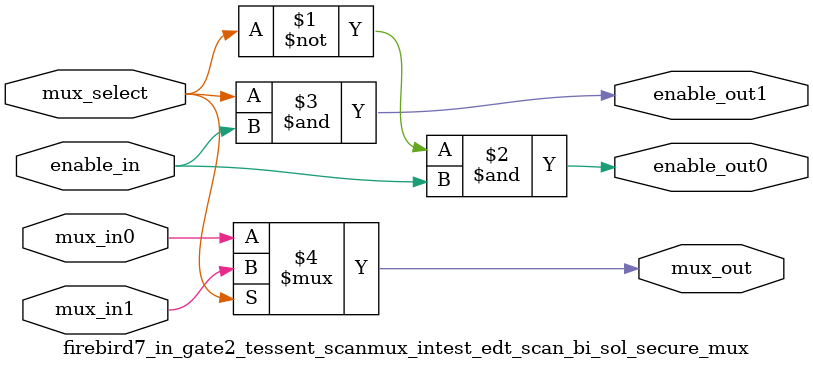
<source format=v>

module firebird7_in_gate2_tessent_scanmux_intest_edt_scan_bi_sol_secure_mux (
  input wire mux_in0,
  input wire mux_in1,
  output wire mux_out,
  input wire mux_select,
  input wire enable_in,
  output wire enable_out0,
  output wire enable_out1
);
  assign enable_out0     = ~mux_select & enable_in;
  assign enable_out1     =  mux_select & enable_in;
 
  assign mux_out         = mux_select ? mux_in1 : mux_in0;
 
endmodule

</source>
